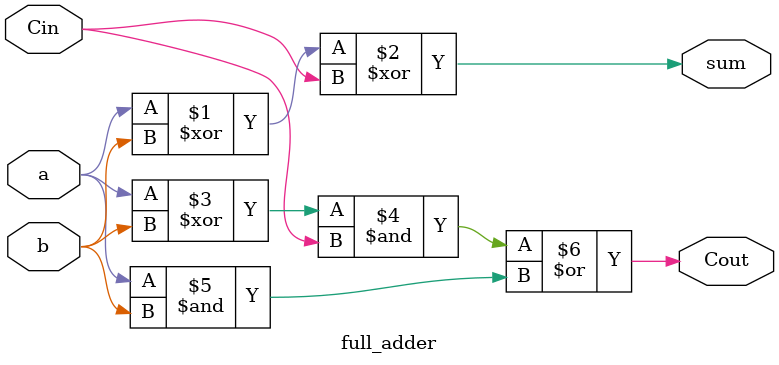
<source format=v>
module full_adder(
    input a,
    input b,
    input Cin,
    output sum,
    output Cout
);

assign sum=(a^b)^Cin;
assign Cout= ((a^b)&Cin)|(a&b);

endmodule
</source>
